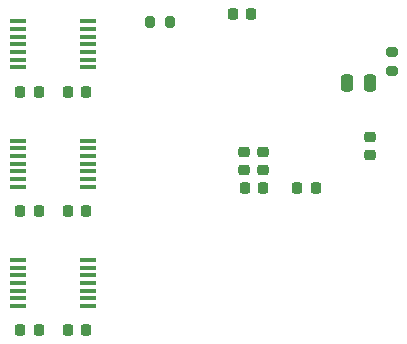
<source format=gbp>
G04 #@! TF.GenerationSoftware,KiCad,Pcbnew,8.0.8*
G04 #@! TF.CreationDate,2025-02-21T19:24:50+11:00*
G04 #@! TF.ProjectId,RP2350LevelShifter,52503233-3530-44c6-9576-656c53686966,rev?*
G04 #@! TF.SameCoordinates,Original*
G04 #@! TF.FileFunction,Paste,Bot*
G04 #@! TF.FilePolarity,Positive*
%FSLAX46Y46*%
G04 Gerber Fmt 4.6, Leading zero omitted, Abs format (unit mm)*
G04 Created by KiCad (PCBNEW 8.0.8) date 2025-02-21 19:24:50*
%MOMM*%
%LPD*%
G01*
G04 APERTURE LIST*
G04 Aperture macros list*
%AMRoundRect*
0 Rectangle with rounded corners*
0 $1 Rounding radius*
0 $2 $3 $4 $5 $6 $7 $8 $9 X,Y pos of 4 corners*
0 Add a 4 corners polygon primitive as box body*
4,1,4,$2,$3,$4,$5,$6,$7,$8,$9,$2,$3,0*
0 Add four circle primitives for the rounded corners*
1,1,$1+$1,$2,$3*
1,1,$1+$1,$4,$5*
1,1,$1+$1,$6,$7*
1,1,$1+$1,$8,$9*
0 Add four rect primitives between the rounded corners*
20,1,$1+$1,$2,$3,$4,$5,0*
20,1,$1+$1,$4,$5,$6,$7,0*
20,1,$1+$1,$6,$7,$8,$9,0*
20,1,$1+$1,$8,$9,$2,$3,0*%
G04 Aperture macros list end*
%ADD10R,1.475000X0.450000*%
%ADD11RoundRect,0.225000X-0.225000X-0.250000X0.225000X-0.250000X0.225000X0.250000X-0.225000X0.250000X0*%
%ADD12RoundRect,0.200000X-0.275000X0.200000X-0.275000X-0.200000X0.275000X-0.200000X0.275000X0.200000X0*%
%ADD13RoundRect,0.225000X0.225000X0.250000X-0.225000X0.250000X-0.225000X-0.250000X0.225000X-0.250000X0*%
%ADD14RoundRect,0.225000X-0.250000X0.225000X-0.250000X-0.225000X0.250000X-0.225000X0.250000X0.225000X0*%
%ADD15RoundRect,0.200000X0.200000X0.275000X-0.200000X0.275000X-0.200000X-0.275000X0.200000X-0.275000X0*%
%ADD16RoundRect,0.225000X0.250000X-0.225000X0.250000X0.225000X-0.250000X0.225000X-0.250000X-0.225000X0*%
%ADD17RoundRect,0.250000X0.250000X0.475000X-0.250000X0.475000X-0.250000X-0.475000X0.250000X-0.475000X0*%
G04 APERTURE END LIST*
D10*
X126062000Y-97250000D03*
X126062000Y-96600000D03*
X126062000Y-95950000D03*
X126062000Y-95300000D03*
X126062000Y-94650000D03*
X126062000Y-94000000D03*
X126062000Y-93350000D03*
X131938000Y-93350000D03*
X131938000Y-94000000D03*
X131938000Y-94650000D03*
X131938000Y-95300000D03*
X131938000Y-95950000D03*
X131938000Y-96600000D03*
X131938000Y-97250000D03*
D11*
X145250000Y-107450000D03*
X146800000Y-107450000D03*
D12*
X157683200Y-95911400D03*
X157683200Y-97561400D03*
D10*
X126062000Y-107350000D03*
X126062000Y-106700000D03*
X126062000Y-106050000D03*
X126062000Y-105400000D03*
X126062000Y-104750000D03*
X126062000Y-104100000D03*
X126062000Y-103450000D03*
X131938000Y-103450000D03*
X131938000Y-104100000D03*
X131938000Y-104750000D03*
X131938000Y-105400000D03*
X131938000Y-106050000D03*
X131938000Y-106700000D03*
X131938000Y-107350000D03*
D13*
X127775000Y-119500000D03*
X126225000Y-119500000D03*
X127775000Y-99300000D03*
X126225000Y-99300000D03*
X131775000Y-99300000D03*
X130225000Y-99300000D03*
D14*
X155829000Y-103136400D03*
X155829000Y-104686400D03*
D15*
X138887200Y-93370400D03*
X137237200Y-93370400D03*
D13*
X127775000Y-109400000D03*
X126225000Y-109400000D03*
D10*
X126062000Y-117450000D03*
X126062000Y-116800000D03*
X126062000Y-116150000D03*
X126062000Y-115500000D03*
X126062000Y-114850000D03*
X126062000Y-114200000D03*
X126062000Y-113550000D03*
X131938000Y-113550000D03*
X131938000Y-114200000D03*
X131938000Y-114850000D03*
X131938000Y-115500000D03*
X131938000Y-116150000D03*
X131938000Y-116800000D03*
X131938000Y-117450000D03*
D16*
X146800000Y-105950000D03*
X146800000Y-104400000D03*
D11*
X144208200Y-92710000D03*
X145758200Y-92710000D03*
D14*
X145200000Y-104400000D03*
X145200000Y-105950000D03*
D17*
X155803600Y-98602800D03*
X153903600Y-98602800D03*
D13*
X151225000Y-107450000D03*
X149675000Y-107450000D03*
X131775000Y-109400000D03*
X130225000Y-109400000D03*
X131775000Y-119500000D03*
X130225000Y-119500000D03*
M02*

</source>
